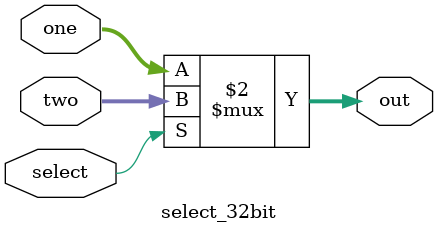
<source format=v>
`timescale 1ns / 1ps
module select_32bit(select, one, two, out);
	input [31:0] one, two;
	input select;
	output [31:0] out;
	
	assign out = (select == 1'b0 ? one : two);

endmodule

</source>
